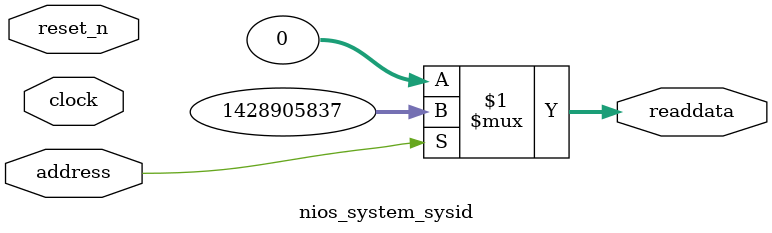
<source format=v>

`timescale 1ns / 1ps
// synthesis translate_on

// turn off superfluous verilog processor warnings 
// altera message_level Level1 
// altera message_off 10034 10035 10036 10037 10230 10240 10030 

module nios_system_sysid (
               // inputs:
                address,
                clock,
                reset_n,

               // outputs:
                readdata
             )
;

  output  [ 31: 0] readdata;
  input            address;
  input            clock;
  input            reset_n;

  wire    [ 31: 0] readdata;
  //control_slave, which is an e_avalon_slave
  assign readdata = address ? 1428905837 : 0;

endmodule




</source>
